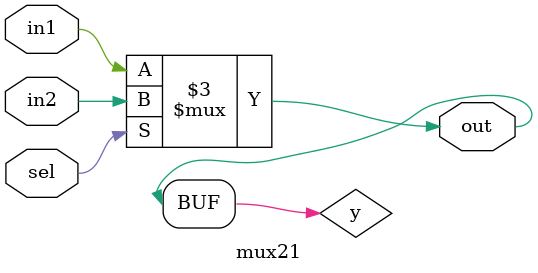
<source format=v>
module mux21(
input in1,
input in2,
input sel,
output out);
reg y;
always@(*)
begin
if(sel)
	y<=in2;
else
	y<=in1;
end
assign out=y;
endmodule



</source>
